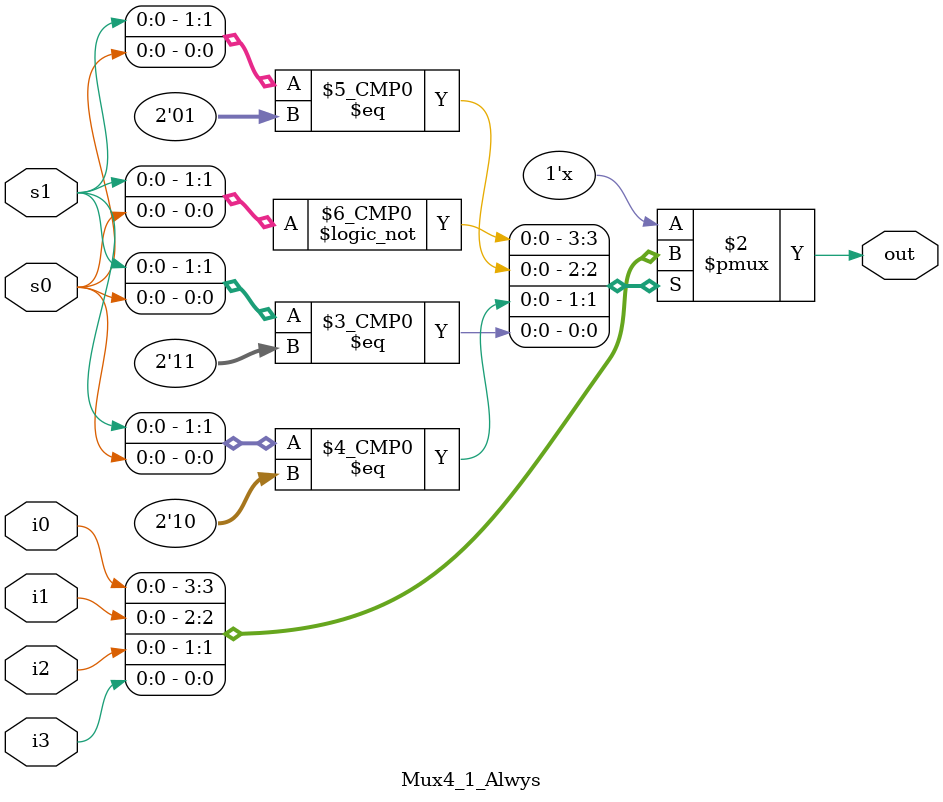
<source format=v>
module Mux4_1_Alwys(i0, i1, i2, i3, s0, s1, out);
    input i0, i1, i2, i3, s0, s1;
    output reg out;
    always @(i0, i1, i2, i3, s0, s1) begin
        case ({s1, s0})
            2'b00: out = i0;
            2'b01: out = i1;
            2'b10: out = i2;
            2'b11: out = i3;
            default: out = 1'b0;
        endcase
    end
endmodule
</source>
